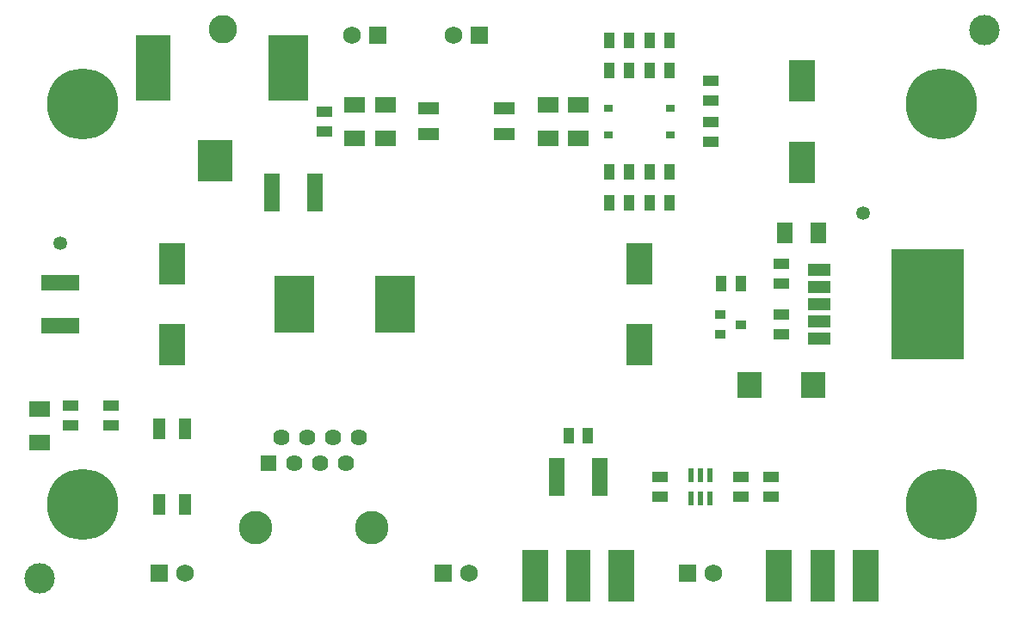
<source format=gts>
G04 (created by PCBNEW (2013-mar-25)-stable) date Friday, August 07, 2015 09:57:37 AM*
%MOIN*%
G04 Gerber Fmt 3.4, Leading zero omitted, Abs format*
%FSLAX34Y34*%
G01*
G70*
G90*
G04 APERTURE LIST*
%ADD10C,0.006*%
%ADD11C,0.129921*%
%ADD12R,0.063937X0.063937*%
%ADD13C,0.063937*%
%ADD14R,0.0688976X0.0688976*%
%ADD15C,0.0688976*%
%ADD16C,0.0531496*%
%ADD17R,0.133858X0.16378*%
%ADD18R,0.133858X0.253937*%
%ADD19R,0.153937X0.253937*%
%ADD20C,0.110236*%
%ADD21R,0.0649606X0.145669*%
%ADD22R,0.145669X0.0649606*%
%ADD23R,0.058937X0.038937*%
%ADD24R,0.038937X0.058937*%
%ADD25R,0.0826772X0.0629921*%
%ADD26R,0.0629921X0.0826772*%
%ADD27R,0.0826772X0.0511811*%
%ADD28R,0.0511811X0.0826772*%
%ADD29R,0.0338583X0.0267717*%
%ADD30R,0.102362X0.161417*%
%ADD31R,0.0889764X0.046063*%
%ADD32R,0.279528X0.429134*%
%ADD33R,0.0393701X0.0354331*%
%ADD34R,0.153543X0.220472*%
%ADD35R,0.0940945X0.203937*%
%ADD36R,0.0990157X0.203937*%
%ADD37R,0.023937X0.053937*%
%ADD38R,0.0972441X0.0996063*%
%ADD39C,0.275591*%
%ADD40C,0.11811*%
G04 APERTURE END LIST*
G54D10*
G54D11*
X58549Y-71653D03*
X54049Y-71653D03*
G54D12*
X54549Y-69153D03*
G54D13*
X55049Y-68153D03*
X55549Y-69153D03*
X56049Y-68153D03*
X56549Y-69153D03*
X57049Y-68153D03*
X57549Y-69153D03*
X58049Y-68153D03*
G54D14*
X62704Y-52559D03*
G54D15*
X61704Y-52559D03*
G54D14*
X70759Y-73425D03*
G54D15*
X71759Y-73425D03*
G54D14*
X61311Y-73425D03*
G54D15*
X62311Y-73425D03*
G54D14*
X50287Y-73425D03*
G54D15*
X51287Y-73425D03*
G54D14*
X58767Y-52559D03*
G54D15*
X57767Y-52559D03*
G54D16*
X77559Y-59448D03*
X46456Y-60629D03*
G54D17*
X52456Y-57417D03*
G54D18*
X50055Y-53818D03*
G54D19*
X55287Y-53818D03*
G54D20*
X52755Y-52338D03*
G54D21*
X56348Y-58661D03*
X54675Y-58661D03*
G54D22*
X46456Y-63828D03*
X46456Y-62155D03*
G54D21*
X67372Y-69685D03*
X65698Y-69685D03*
G54D23*
X71653Y-54344D03*
X71653Y-55104D03*
G54D24*
X70065Y-57874D03*
X69305Y-57874D03*
X70065Y-59055D03*
X69305Y-59055D03*
G54D23*
X48425Y-66942D03*
X48425Y-67702D03*
G54D24*
X66155Y-68110D03*
X66915Y-68110D03*
G54D23*
X74015Y-70458D03*
X74015Y-69698D03*
X72834Y-70458D03*
X72834Y-69698D03*
X69685Y-70458D03*
X69685Y-69698D03*
X74409Y-62191D03*
X74409Y-61431D03*
X74409Y-64159D03*
X74409Y-63399D03*
X71653Y-56679D03*
X71653Y-55919D03*
G54D24*
X70065Y-52755D03*
X69305Y-52755D03*
X68490Y-59055D03*
X67730Y-59055D03*
X70065Y-53937D03*
X69305Y-53937D03*
X68490Y-57874D03*
X67730Y-57874D03*
G54D23*
X56692Y-55525D03*
X56692Y-56285D03*
G54D24*
X68490Y-53937D03*
X67730Y-53937D03*
X68490Y-52755D03*
X67730Y-52755D03*
X72820Y-62204D03*
X72060Y-62204D03*
G54D23*
X46850Y-66942D03*
X46850Y-67702D03*
G54D25*
X45669Y-67066D03*
X45669Y-68366D03*
X59055Y-56555D03*
X59055Y-55255D03*
X57874Y-56555D03*
X57874Y-55255D03*
X65354Y-56555D03*
X65354Y-55255D03*
G54D26*
X75846Y-60236D03*
X74547Y-60236D03*
G54D25*
X66535Y-56555D03*
X66535Y-55255D03*
G54D27*
X63681Y-56405D03*
X60728Y-56405D03*
X63681Y-55405D03*
X60728Y-55405D03*
G54D28*
X50287Y-70767D03*
X50287Y-67814D03*
X51287Y-70767D03*
X51287Y-67814D03*
G54D29*
X67687Y-55379D03*
X67687Y-56431D03*
X70108Y-56431D03*
X70108Y-55379D03*
G54D30*
X75196Y-57480D03*
X75196Y-54330D03*
X50787Y-61417D03*
X50787Y-64566D03*
X68897Y-61417D03*
X68897Y-64566D03*
G54D31*
X75852Y-61653D03*
X75852Y-62322D03*
X75852Y-62992D03*
X75852Y-63661D03*
X75852Y-64330D03*
G54D32*
X80053Y-62992D03*
G54D33*
X72047Y-63405D03*
X72047Y-64153D03*
X72834Y-63779D03*
G54D34*
X55521Y-62992D03*
X59438Y-62992D03*
G54D35*
X75984Y-73539D03*
G54D36*
X77659Y-73539D03*
X74309Y-73539D03*
G54D35*
X66535Y-73539D03*
G54D36*
X68210Y-73539D03*
X64860Y-73539D03*
G54D37*
X71629Y-69628D03*
X71259Y-69629D03*
X70889Y-69629D03*
X70889Y-70527D03*
X71259Y-70527D03*
X71629Y-70527D03*
G54D38*
X75637Y-66141D03*
X73181Y-66141D03*
G54D39*
X47342Y-70767D03*
X80610Y-70767D03*
X47342Y-55216D03*
X80610Y-55216D03*
G54D40*
X45669Y-73622D03*
X82283Y-52362D03*
M02*

</source>
